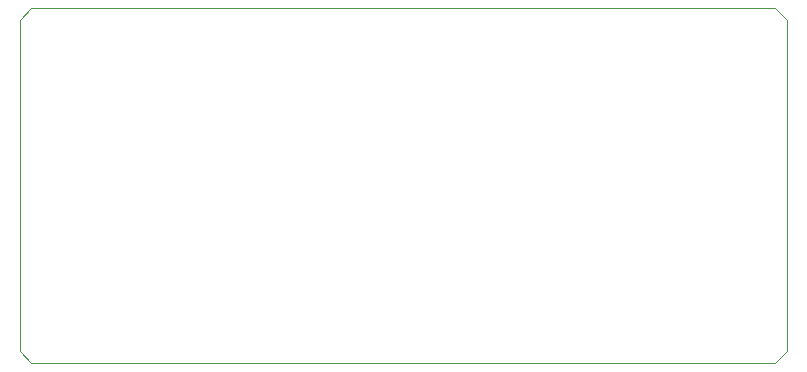
<source format=gm1>
%TF.GenerationSoftware,KiCad,Pcbnew,5.1.10-88a1d61d58~88~ubuntu20.04.1*%
%TF.CreationDate,2021-05-10T23:55:53-04:00*%
%TF.ProjectId,reminder-mainboard,72656d69-6e64-4657-922d-6d61696e626f,rev?*%
%TF.SameCoordinates,Original*%
%TF.FileFunction,Profile,NP*%
%FSLAX46Y46*%
G04 Gerber Fmt 4.6, Leading zero omitted, Abs format (unit mm)*
G04 Created by KiCad (PCBNEW 5.1.10-88a1d61d58~88~ubuntu20.04.1) date 2021-05-10 23:55:53*
%MOMM*%
%LPD*%
G01*
G04 APERTURE LIST*
%TA.AperFunction,Profile*%
%ADD10C,0.050000*%
%TD*%
G04 APERTURE END LIST*
D10*
X184000000Y-89000000D02*
X121000000Y-89000000D01*
X185000000Y-90000000D02*
X184000000Y-89000000D01*
X185000000Y-118000000D02*
X185000000Y-90000000D01*
X184000000Y-119000000D02*
X185000000Y-118000000D01*
X121000000Y-119000000D02*
X184000000Y-119000000D01*
X120000000Y-118000000D02*
X121000000Y-119000000D01*
X120000000Y-90000000D02*
X120000000Y-118000000D01*
X121000000Y-89000000D02*
X120000000Y-90000000D01*
M02*

</source>
